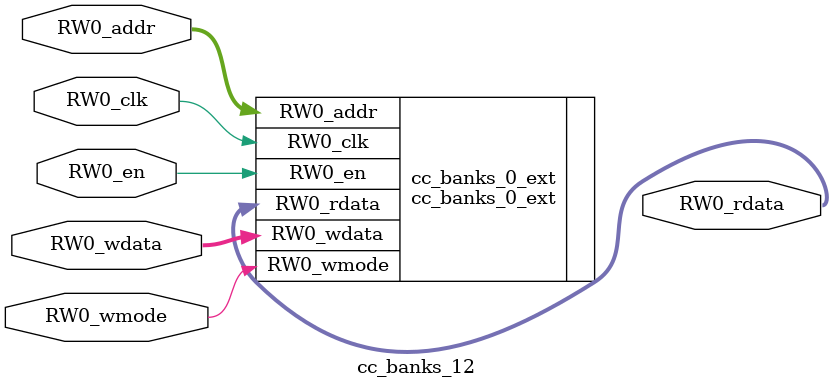
<source format=sv>
module cc_banks_12(	// @[generators/rocket-chip/src/main/scala/util/DescribedSRAM.scala:17:26]
  input  [11:0] RW0_addr,
  input         RW0_en,
  input         RW0_clk,
  input         RW0_wmode,
  input  [63:0] RW0_wdata,
  output [63:0] RW0_rdata
);

  cc_banks_0_ext cc_banks_0_ext (	// @[generators/rocket-chip/src/main/scala/util/DescribedSRAM.scala:17:26]
    .RW0_addr  (RW0_addr),
    .RW0_en    (RW0_en),
    .RW0_clk   (RW0_clk),
    .RW0_wmode (RW0_wmode),
    .RW0_wdata (RW0_wdata),
    .RW0_rdata (RW0_rdata)
  );	// @[generators/rocket-chip/src/main/scala/util/DescribedSRAM.scala:17:26]
endmodule


</source>
